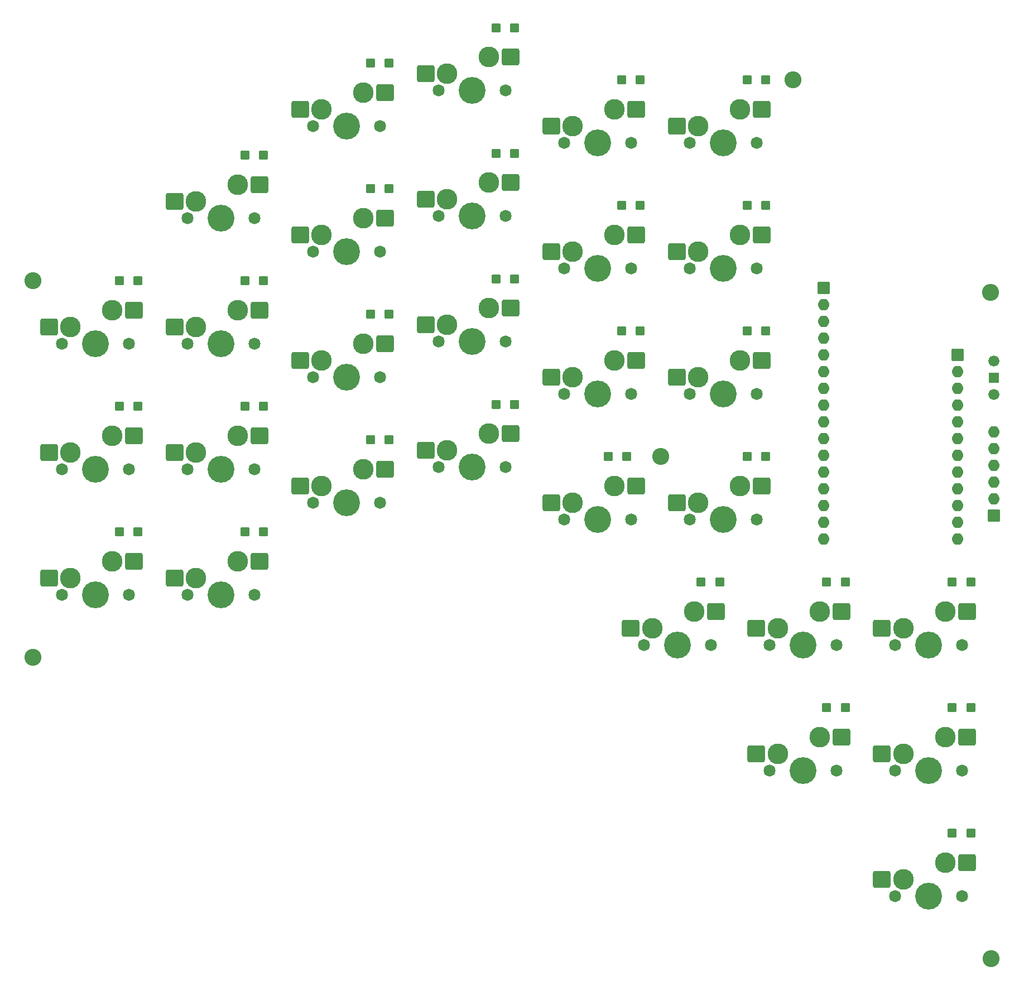
<source format=gbs>
G04 #@! TF.GenerationSoftware,KiCad,Pcbnew,8.0.6-8.0.6-0~ubuntu24.04.1*
G04 #@! TF.CreationDate,2025-02-09T13:09:53-05:00*
G04 #@! TF.ProjectId,keybird_left,6b657962-6972-4645-9f6c-6566742e6b69,rev?*
G04 #@! TF.SameCoordinates,Original*
G04 #@! TF.FileFunction,Soldermask,Bot*
G04 #@! TF.FilePolarity,Negative*
%FSLAX46Y46*%
G04 Gerber Fmt 4.6, Leading zero omitted, Abs format (unit mm)*
G04 Created by KiCad (PCBNEW 8.0.6-8.0.6-0~ubuntu24.04.1) date 2025-02-09 13:09:53*
%MOMM*%
%LPD*%
G01*
G04 APERTURE LIST*
G04 Aperture macros list*
%AMRoundRect*
0 Rectangle with rounded corners*
0 $1 Rounding radius*
0 $2 $3 $4 $5 $6 $7 $8 $9 X,Y pos of 4 corners*
0 Add a 4 corners polygon primitive as box body*
4,1,4,$2,$3,$4,$5,$6,$7,$8,$9,$2,$3,0*
0 Add four circle primitives for the rounded corners*
1,1,$1+$1,$2,$3*
1,1,$1+$1,$4,$5*
1,1,$1+$1,$6,$7*
1,1,$1+$1,$8,$9*
0 Add four rect primitives between the rounded corners*
20,1,$1+$1,$2,$3,$4,$5,0*
20,1,$1+$1,$4,$5,$6,$7,0*
20,1,$1+$1,$6,$7,$8,$9,0*
20,1,$1+$1,$8,$9,$2,$3,0*%
G04 Aperture macros list end*
%ADD10RoundRect,0.038000X-0.850000X-0.850000X0.850000X-0.850000X0.850000X0.850000X-0.850000X0.850000X0*%
%ADD11O,1.776000X1.776000*%
%ADD12C,2.576000*%
%ADD13C,1.826000*%
%ADD14C,3.126000*%
%ADD15C,4.076000*%
%ADD16RoundRect,0.257600X-1.055400X-1.030400X1.055400X-1.030400X1.055400X1.030400X-1.055400X1.030400X0*%
%ADD17RoundRect,0.038000X0.750000X-0.750000X0.750000X0.750000X-0.750000X0.750000X-0.750000X-0.750000X0*%
%ADD18C,1.676000*%
%ADD19RoundRect,0.038000X0.850000X0.850000X-0.850000X0.850000X-0.850000X-0.850000X0.850000X-0.850000X0*%
%ADD20RoundRect,0.038000X-0.600000X-0.600000X0.600000X-0.600000X0.600000X0.600000X-0.600000X0.600000X0*%
G04 APERTURE END LIST*
D10*
X161000000Y-85525000D03*
D11*
X161000000Y-88065000D03*
X161000000Y-90605000D03*
X161000000Y-93145000D03*
X161000000Y-95685000D03*
X161000000Y-98225000D03*
X161000000Y-100765000D03*
X161000000Y-103305000D03*
X161000000Y-105845000D03*
X161000000Y-108385000D03*
X161000000Y-110925000D03*
X161000000Y-113465000D03*
D10*
X140705000Y-75375000D03*
D11*
X140705000Y-77915000D03*
X140705000Y-80455000D03*
X140705000Y-82995000D03*
X140705000Y-85535000D03*
X140705000Y-88075000D03*
X140705000Y-90615000D03*
X140705000Y-93155000D03*
X140705000Y-95695000D03*
X140705000Y-98235000D03*
X140705000Y-100775000D03*
X140705000Y-103315000D03*
X140705000Y-105855000D03*
X140705000Y-108395000D03*
X140705000Y-110935000D03*
X140705000Y-113475000D03*
D12*
X115950000Y-100950000D03*
D13*
X25145000Y-102855000D03*
D14*
X26415000Y-100315000D03*
D15*
X30225000Y-102855000D03*
D14*
X32765000Y-97775000D03*
D13*
X35305000Y-102855000D03*
D16*
X23140000Y-100315000D03*
X36067000Y-97775000D03*
D13*
X120395000Y-91425000D03*
D14*
X121665000Y-88885000D03*
D15*
X125475000Y-91425000D03*
D14*
X128015000Y-86345000D03*
D13*
X130555000Y-91425000D03*
D16*
X118390000Y-88885000D03*
X131317000Y-86345000D03*
D13*
X44195000Y-83805000D03*
D14*
X45465000Y-81265000D03*
D15*
X49275000Y-83805000D03*
D14*
X51815000Y-78725000D03*
D13*
X54355000Y-83805000D03*
D16*
X42190000Y-81265000D03*
X55117000Y-78725000D03*
D13*
X120395000Y-110475000D03*
D14*
X121665000Y-107935000D03*
D15*
X125475000Y-110475000D03*
D14*
X128015000Y-105395000D03*
D13*
X130555000Y-110475000D03*
D16*
X118390000Y-107935000D03*
X131317000Y-105395000D03*
D13*
X113410000Y-129525000D03*
D14*
X114680000Y-126985000D03*
D15*
X118490000Y-129525000D03*
D14*
X121030000Y-124445000D03*
D13*
X123570000Y-129525000D03*
D16*
X111405000Y-126985000D03*
X124332000Y-124445000D03*
D12*
X20700000Y-131430000D03*
D13*
X82295000Y-83487500D03*
D14*
X83565000Y-80947500D03*
D15*
X87375000Y-83487500D03*
D14*
X89915000Y-78407500D03*
D13*
X92455000Y-83487500D03*
D16*
X80290000Y-80947500D03*
X93217000Y-78407500D03*
D13*
X101345000Y-110475000D03*
D14*
X102615000Y-107935000D03*
D15*
X106425000Y-110475000D03*
D14*
X108965000Y-105395000D03*
D13*
X111505000Y-110475000D03*
D16*
X99340000Y-107935000D03*
X112267000Y-105395000D03*
D12*
X20700000Y-74280000D03*
D13*
X63245000Y-107935000D03*
D14*
X64515000Y-105395000D03*
D15*
X68325000Y-107935000D03*
D14*
X70865000Y-102855000D03*
D13*
X73405000Y-107935000D03*
D16*
X61240000Y-105395000D03*
X74167000Y-102855000D03*
D13*
X101345000Y-72375000D03*
D14*
X102615000Y-69835000D03*
D15*
X106425000Y-72375000D03*
D14*
X108965000Y-67295000D03*
D13*
X111505000Y-72375000D03*
D16*
X99340000Y-69835000D03*
X112267000Y-67295000D03*
D13*
X63245000Y-88885000D03*
D14*
X64515000Y-86345000D03*
D15*
X68325000Y-88885000D03*
D14*
X70865000Y-83805000D03*
D13*
X73405000Y-88885000D03*
D16*
X61240000Y-86345000D03*
X74167000Y-83805000D03*
D13*
X82295000Y-45387500D03*
D14*
X83565000Y-42847500D03*
D15*
X87375000Y-45387500D03*
D14*
X89915000Y-40307500D03*
D13*
X92455000Y-45387500D03*
D16*
X80290000Y-42847500D03*
X93217000Y-40307500D03*
D13*
X120395000Y-72375000D03*
D14*
X121665000Y-69835000D03*
D15*
X125475000Y-72375000D03*
D14*
X128015000Y-67295000D03*
D13*
X130555000Y-72375000D03*
D16*
X118390000Y-69835000D03*
X131317000Y-67295000D03*
D13*
X44195000Y-64755000D03*
D14*
X45465000Y-62215000D03*
D15*
X49275000Y-64755000D03*
D14*
X51815000Y-59675000D03*
D13*
X54355000Y-64755000D03*
D16*
X42190000Y-62215000D03*
X55117000Y-59675000D03*
D13*
X25145000Y-83805000D03*
D14*
X26415000Y-81265000D03*
D15*
X30225000Y-83805000D03*
D14*
X32765000Y-78725000D03*
D13*
X35305000Y-83805000D03*
D16*
X23140000Y-81265000D03*
X36067000Y-78725000D03*
D13*
X132460000Y-148575000D03*
D14*
X133730000Y-146035000D03*
D15*
X137540000Y-148575000D03*
D14*
X140080000Y-143495000D03*
D13*
X142620000Y-148575000D03*
D16*
X130455000Y-146035000D03*
X143382000Y-143495000D03*
D13*
X44195000Y-121905000D03*
D14*
X45465000Y-119365000D03*
D15*
X49275000Y-121905000D03*
D14*
X51815000Y-116825000D03*
D13*
X54355000Y-121905000D03*
D16*
X42190000Y-119365000D03*
X55117000Y-116825000D03*
D13*
X25145000Y-121905000D03*
D14*
X26415000Y-119365000D03*
D15*
X30225000Y-121905000D03*
D14*
X32765000Y-116825000D03*
D13*
X35305000Y-121905000D03*
D16*
X23140000Y-119365000D03*
X36067000Y-116825000D03*
D13*
X132460000Y-129525000D03*
D14*
X133730000Y-126985000D03*
D15*
X137540000Y-129525000D03*
D14*
X140080000Y-124445000D03*
D13*
X142620000Y-129525000D03*
D16*
X130455000Y-126985000D03*
X143382000Y-124445000D03*
D17*
X166500000Y-88960000D03*
D18*
X166500000Y-91500000D03*
X166500000Y-86420000D03*
D12*
X136000000Y-43800000D03*
D13*
X82295000Y-64437500D03*
D14*
X83565000Y-61897500D03*
D15*
X87375000Y-64437500D03*
D14*
X89915000Y-59357500D03*
D13*
X92455000Y-64437500D03*
D16*
X80290000Y-61897500D03*
X93217000Y-59357500D03*
D13*
X101345000Y-91425000D03*
D14*
X102615000Y-88885000D03*
D15*
X106425000Y-91425000D03*
D14*
X108965000Y-86345000D03*
D13*
X111505000Y-91425000D03*
D16*
X99340000Y-88885000D03*
X112267000Y-86345000D03*
D19*
X166500000Y-109850000D03*
D11*
X166500000Y-107310000D03*
X166500000Y-104770000D03*
X166500000Y-102230000D03*
X166500000Y-99690000D03*
X166500000Y-97150000D03*
D13*
X63245000Y-69835000D03*
D14*
X64515000Y-67295000D03*
D15*
X68325000Y-69835000D03*
D14*
X70865000Y-64755000D03*
D13*
X73405000Y-69835000D03*
D16*
X61240000Y-67295000D03*
X74167000Y-64755000D03*
D12*
X166115000Y-177150000D03*
D13*
X63245000Y-50785000D03*
D14*
X64515000Y-48245000D03*
D15*
X68325000Y-50785000D03*
D14*
X70865000Y-45705000D03*
D13*
X73405000Y-50785000D03*
D16*
X61240000Y-48245000D03*
X74167000Y-45705000D03*
D13*
X151510000Y-148575000D03*
D14*
X152780000Y-146035000D03*
D15*
X156590000Y-148575000D03*
D14*
X159130000Y-143495000D03*
D13*
X161670000Y-148575000D03*
D16*
X149505000Y-146035000D03*
X162432000Y-143495000D03*
D13*
X151510000Y-129525000D03*
D14*
X152780000Y-126985000D03*
D15*
X156590000Y-129525000D03*
D14*
X159130000Y-124445000D03*
D13*
X161670000Y-129525000D03*
D16*
X149505000Y-126985000D03*
X162432000Y-124445000D03*
D13*
X101345000Y-53325000D03*
D14*
X102615000Y-50785000D03*
D15*
X106425000Y-53325000D03*
D14*
X108965000Y-48245000D03*
D13*
X111505000Y-53325000D03*
D16*
X99340000Y-50785000D03*
X112267000Y-48245000D03*
D12*
X166000000Y-76000000D03*
D13*
X82295000Y-102537500D03*
D14*
X83565000Y-99997500D03*
D15*
X87375000Y-102537500D03*
D14*
X89915000Y-97457500D03*
D13*
X92455000Y-102537500D03*
D16*
X80290000Y-99997500D03*
X93217000Y-97457500D03*
D13*
X120395000Y-53325000D03*
D14*
X121665000Y-50785000D03*
D15*
X125475000Y-53325000D03*
D14*
X128015000Y-48245000D03*
D13*
X130555000Y-53325000D03*
D16*
X118390000Y-50785000D03*
X131317000Y-48245000D03*
D13*
X151510000Y-167625000D03*
D14*
X152780000Y-165085000D03*
D15*
X156590000Y-167625000D03*
D14*
X159130000Y-162545000D03*
D13*
X161670000Y-167625000D03*
D16*
X149505000Y-165085000D03*
X162432000Y-162545000D03*
D13*
X44195000Y-102855000D03*
D14*
X45465000Y-100315000D03*
D15*
X49275000Y-102855000D03*
D14*
X51815000Y-97775000D03*
D13*
X54355000Y-102855000D03*
D16*
X42190000Y-100315000D03*
X55117000Y-97775000D03*
D20*
X52875000Y-112380000D03*
X55675000Y-112380000D03*
X90975000Y-54912500D03*
X93775000Y-54912500D03*
X71925000Y-41260000D03*
X74725000Y-41260000D03*
X90975000Y-93012500D03*
X93775000Y-93012500D03*
X110025000Y-62850000D03*
X112825000Y-62850000D03*
X110025000Y-43800000D03*
X112825000Y-43800000D03*
X52875000Y-74280000D03*
X55675000Y-74280000D03*
X52875000Y-55230000D03*
X55675000Y-55230000D03*
X71925000Y-98410000D03*
X74725000Y-98410000D03*
X33825000Y-93330000D03*
X36625000Y-93330000D03*
X160190000Y-120000000D03*
X162990000Y-120000000D03*
X129075000Y-100950000D03*
X131875000Y-100950000D03*
X71925000Y-79360000D03*
X74725000Y-79360000D03*
X129075000Y-62850000D03*
X131875000Y-62850000D03*
X90975000Y-35862500D03*
X93775000Y-35862500D03*
X141140000Y-120000000D03*
X143940000Y-120000000D03*
X33825000Y-112380000D03*
X36625000Y-112380000D03*
X52875000Y-93330000D03*
X55675000Y-93330000D03*
X122090000Y-120000000D03*
X124890000Y-120000000D03*
X141140000Y-139050000D03*
X143940000Y-139050000D03*
X108025000Y-100950000D03*
X110825000Y-100950000D03*
X90975000Y-73962500D03*
X93775000Y-73962500D03*
X129075000Y-43800000D03*
X131875000Y-43800000D03*
X71925000Y-60310000D03*
X74725000Y-60310000D03*
X129075000Y-81900000D03*
X131875000Y-81900000D03*
X160190000Y-158100000D03*
X162990000Y-158100000D03*
X110025000Y-81900000D03*
X112825000Y-81900000D03*
X33825000Y-74280000D03*
X36625000Y-74280000D03*
X160190000Y-139050000D03*
X162990000Y-139050000D03*
M02*

</source>
